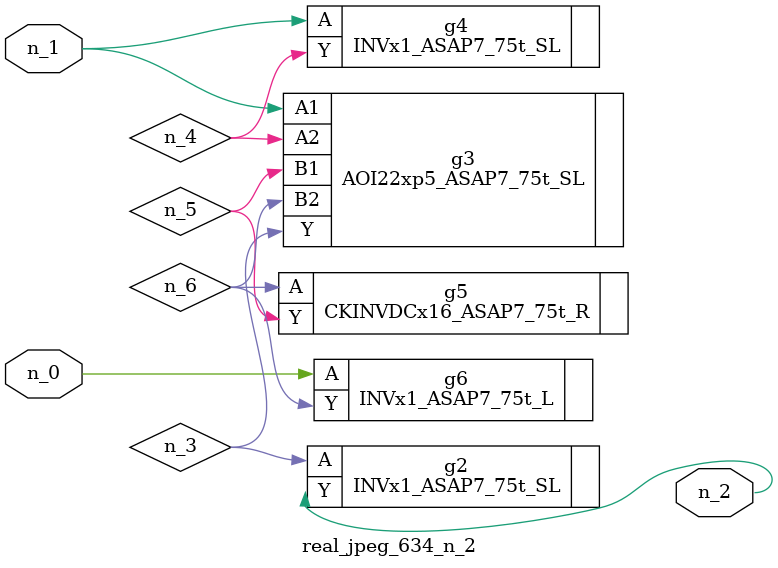
<source format=v>
module real_jpeg_634_n_2 (n_1, n_0, n_2);

input n_1;
input n_0;

output n_2;

wire n_5;
wire n_4;
wire n_6;
wire n_3;

INVx1_ASAP7_75t_L g6 ( 
.A(n_0),
.Y(n_6)
);

AOI22xp5_ASAP7_75t_SL g3 ( 
.A1(n_1),
.A2(n_4),
.B1(n_5),
.B2(n_6),
.Y(n_3)
);

INVx1_ASAP7_75t_SL g4 ( 
.A(n_1),
.Y(n_4)
);

INVx1_ASAP7_75t_SL g2 ( 
.A(n_3),
.Y(n_2)
);

CKINVDCx16_ASAP7_75t_R g5 ( 
.A(n_6),
.Y(n_5)
);


endmodule
</source>
